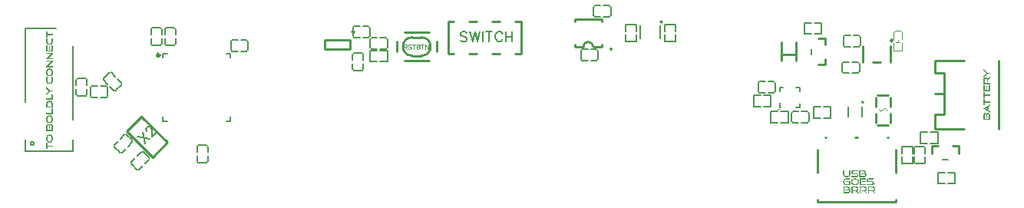
<source format=gto>
G04 Layer: TopSilkLayer*
G04 EasyEDA v6.3.43, 2020-06-04T01:39:48+01:00*
G04 c5e8e4d559e34370b9c9d94393fceecd,c23c5ad5fcdd482d9714491510f6a4f3,10*
G04 Gerber Generator version 0.2*
G04 Scale: 100 percent, Rotated: No, Reflected: No *
G04 Dimensions in millimeters *
G04 leading zeros omitted , absolute positions ,3 integer and 3 decimal *
%FSLAX33Y33*%
%MOMM*%
G90*
G71D02*

%ADD10C,0.254000*%
%ADD12C,0.299999*%
%ADD56C,0.150012*%
%ADD57C,0.200000*%
%ADD58C,0.100000*%
%ADD59C,0.152400*%
%ADD60C,0.248920*%
%ADD62C,0.089992*%

%LPD*%
G54D56*
G01X82870Y8778D02*
G01X82870Y9979D01*
G01X83640Y8778D02*
G01X82870Y8778D01*
G01X84770Y8778D02*
G01X84770Y9979D01*
G01X84000Y8778D02*
G01X84770Y8778D01*
G01X84000Y9979D02*
G01X84770Y9979D01*
G01X83640Y9979D02*
G01X82870Y9979D01*
G01X82864Y11757D02*
G01X82864Y10556D01*
G01X82094Y11757D02*
G01X82864Y11757D01*
G01X80964Y11757D02*
G01X80964Y10556D01*
G01X81734Y11757D02*
G01X80964Y11757D01*
G01X81734Y10556D02*
G01X80964Y10556D01*
G01X82094Y10556D02*
G01X82864Y10556D01*
G01X82602Y12080D02*
G01X83222Y12080D01*
G01X82242Y12080D02*
G01X81623Y12080D01*
G01X82242Y13280D02*
G01X81623Y13280D01*
G01X81472Y13080D02*
G01X81472Y12281D01*
G01X82602Y13280D02*
G01X83222Y13280D01*
G01X83372Y13080D02*
G01X83372Y12281D01*
G01X81472Y13130D02*
G01X81472Y13080D01*
G01X81472Y12231D02*
G01X81472Y12281D01*
G01X83372Y13131D02*
G01X83372Y13080D01*
G01X83372Y12230D02*
G01X83372Y12281D01*
G01X85926Y9979D02*
G01X85306Y9979D01*
G01X86286Y9979D02*
G01X86905Y9979D01*
G01X86286Y8779D02*
G01X86905Y8779D01*
G01X87056Y8979D02*
G01X87056Y9779D01*
G01X85926Y8779D02*
G01X85306Y8779D01*
G01X85156Y8979D02*
G01X85156Y9779D01*
G01X87056Y8929D02*
G01X87056Y8979D01*
G01X87056Y9828D02*
G01X87056Y9779D01*
G01X85156Y8928D02*
G01X85156Y8979D01*
G01X85156Y9829D02*
G01X85156Y9779D01*
G54D10*
G01X108007Y15567D02*
G01X108007Y8099D01*
G01X100996Y15567D02*
G01X100996Y14221D01*
G01X101962Y14221D01*
G01X101962Y11986D01*
G01X101022Y11986D01*
G01X101962Y11986D02*
G01X101962Y9649D01*
G01X100996Y9649D01*
G01X100996Y8125D01*
G01X108007Y8747D02*
G01X108007Y15090D01*
G01X104238Y15567D02*
G01X100996Y15567D01*
G01X100996Y15567D02*
G01X100996Y14221D01*
G01X104238Y8099D02*
G01X100996Y8099D01*
G01X96648Y24D02*
G01X88009Y24D01*
G01X88840Y7179D02*
G01X88952Y7179D01*
G01X92207Y7179D02*
G01X92454Y7179D01*
G01X95707Y7179D02*
G01X95817Y7179D01*
G01X96648Y5823D02*
G01X96648Y3276D01*
G01X96648Y313D02*
G01X96648Y24D01*
G01X88009Y24D02*
G01X88009Y313D01*
G01X88009Y3276D02*
G01X88009Y5823D01*
G01X44329Y16145D02*
G01X43313Y16145D01*
G01X44329Y18177D02*
G01X43313Y18177D01*
G01X41622Y16617D02*
G01X41622Y17704D01*
G01X42455Y15637D02*
G01X45188Y15637D01*
G01X46021Y16617D02*
G01X46021Y17704D01*
G01X45203Y18710D02*
G01X42440Y18710D01*
G54D56*
G01X89468Y10487D02*
G01X89468Y9286D01*
G01X88698Y10487D02*
G01X89468Y10487D01*
G01X87568Y10487D02*
G01X87568Y9286D01*
G01X88338Y10487D02*
G01X87568Y10487D01*
G01X88338Y9286D02*
G01X87568Y9286D01*
G01X88698Y9286D02*
G01X89468Y9286D01*
G01X13886Y4255D02*
G01X14324Y4694D01*
G01X13631Y4001D02*
G01X13193Y3563D01*
G01X12783Y4849D02*
G01X12345Y4411D01*
G01X12380Y4163D02*
G01X12946Y3598D01*
G01X13037Y5104D02*
G01X13476Y5542D01*
G01X13723Y5507D02*
G01X14289Y4941D01*
G01X12345Y4199D02*
G01X12380Y4163D01*
G01X12981Y3563D02*
G01X12946Y3598D01*
G01X13688Y5542D02*
G01X13723Y5507D01*
G01X14324Y4906D02*
G01X14289Y4941D01*
G01X10878Y6755D02*
G01X10440Y6316D01*
G01X11133Y7009D02*
G01X11571Y7447D01*
G01X11981Y6161D02*
G01X12419Y6599D01*
G01X12384Y6847D02*
G01X11818Y7412D01*
G01X11727Y5906D02*
G01X11288Y5468D01*
G01X11041Y5503D02*
G01X10475Y6069D01*
G01X12419Y6811D02*
G01X12384Y6847D01*
G01X11783Y7447D02*
G01X11818Y7412D01*
G01X11076Y5468D02*
G01X11041Y5503D01*
G01X10440Y6104D02*
G01X10475Y6069D01*
G01X91873Y14239D02*
G01X92493Y14239D01*
G01X91513Y14239D02*
G01X90894Y14239D01*
G01X91513Y15439D02*
G01X90894Y15439D01*
G01X90743Y15239D02*
G01X90743Y14440D01*
G01X91873Y15439D02*
G01X92493Y15439D01*
G01X92643Y15239D02*
G01X92643Y14440D01*
G01X90743Y15289D02*
G01X90743Y15239D01*
G01X90743Y14390D02*
G01X90743Y14440D01*
G01X92643Y15290D02*
G01X92643Y15239D01*
G01X92643Y14389D02*
G01X92643Y14440D01*
G01X92000Y17160D02*
G01X92620Y17160D01*
G01X91640Y17160D02*
G01X91021Y17160D01*
G01X91640Y18360D02*
G01X91021Y18360D01*
G01X90870Y18160D02*
G01X90870Y17361D01*
G01X92000Y18360D02*
G01X92620Y18360D01*
G01X92770Y18160D02*
G01X92770Y17361D01*
G01X90870Y18210D02*
G01X90870Y18160D01*
G01X90870Y17311D02*
G01X90870Y17361D01*
G01X92770Y18211D02*
G01X92770Y18160D01*
G01X92770Y17310D02*
G01X92770Y17361D01*
G01X72355Y17700D02*
G01X71154Y17700D01*
G01X72355Y18470D02*
G01X72355Y17700D01*
G01X72355Y19600D02*
G01X71154Y19600D01*
G01X72355Y18830D02*
G01X72355Y19600D01*
G01X71154Y18830D02*
G01X71154Y19600D01*
G01X71154Y18470D02*
G01X71154Y17700D01*
G01X101279Y7693D02*
G01X101279Y6492D01*
G01X100509Y7693D02*
G01X101279Y7693D01*
G01X99379Y7693D02*
G01X99379Y6492D01*
G01X100149Y7693D02*
G01X99379Y7693D01*
G01X100149Y6492D02*
G01X99379Y6492D01*
G01X100509Y6492D02*
G01X101279Y6492D01*
G01X97316Y6137D02*
G01X98517Y6137D01*
G01X97316Y5367D02*
G01X97316Y6137D01*
G01X97316Y4237D02*
G01X98517Y4237D01*
G01X97316Y5007D02*
G01X97316Y4237D01*
G01X98517Y5007D02*
G01X98517Y4237D01*
G01X98517Y5367D02*
G01X98517Y6137D01*
G01X38674Y15509D02*
G01X38674Y16710D01*
G01X39444Y15509D02*
G01X38674Y15509D01*
G01X40574Y15509D02*
G01X40574Y16710D01*
G01X39804Y15509D02*
G01X40574Y15509D01*
G01X39804Y16710D02*
G01X40574Y16710D01*
G01X39444Y16710D02*
G01X38674Y16710D01*
G01X88452Y19758D02*
G01X88452Y18557D01*
G01X87682Y19758D02*
G01X88452Y19758D01*
G01X86552Y19758D02*
G01X86552Y18557D01*
G01X87322Y19758D02*
G01X86552Y19758D01*
G01X87322Y18557D02*
G01X86552Y18557D01*
G01X87682Y18557D02*
G01X88452Y18557D01*
G01X68037Y17700D02*
G01X66836Y17700D01*
G01X68037Y18470D02*
G01X68037Y17700D01*
G01X68037Y19600D02*
G01X66836Y19600D01*
G01X68037Y18830D02*
G01X68037Y19600D01*
G01X66836Y18830D02*
G01X66836Y19600D01*
G01X66836Y18470D02*
G01X66836Y17700D01*
G54D10*
G01X88099Y18077D02*
G01X88914Y18077D01*
G01X88914Y17418D01*
G01X88914Y15817D02*
G01X88914Y15158D01*
G01X88914Y15817D01*
G01X88914Y15158D01*
G01X88099Y15158D01*
G54D57*
G01X87365Y16917D02*
G01X87365Y16318D01*
G54D10*
G01X100648Y5403D02*
G01X100648Y6218D01*
G01X101307Y6218D01*
G01X102908Y6218D02*
G01X103567Y6218D01*
G01X102908Y6218D01*
G01X103567Y6218D01*
G01X103567Y5403D01*
G54D57*
G01X101808Y4669D02*
G01X102407Y4669D01*
G54D58*
G01X97351Y17561D02*
G01X97351Y16710D01*
G01X96450Y17561D02*
G01X96450Y16710D01*
G01X97351Y17961D02*
G01X97351Y18711D01*
G01X96450Y17961D02*
G01X96450Y18711D01*
G01X97351Y16710D02*
G01X96450Y16710D01*
G01X97151Y18911D02*
G01X96650Y18911D01*
G01X97351Y18711D02*
G01X97351Y18711D01*
G01X97151Y18911D01*
G01X96450Y18711D02*
G01X96650Y18911D01*
G01X97100Y17671D02*
G01X96701Y17671D01*
G01X96901Y17671D02*
G01X96901Y17856D01*
G54D57*
G01X70695Y18077D02*
G01X70695Y19476D01*
G01X68496Y18077D02*
G01X68496Y19476D01*
G54D56*
G01X9712Y12623D02*
G01X9712Y11722D01*
G01X8942Y12772D02*
G01X9612Y12772D01*
G01X7812Y12623D02*
G01X7812Y11722D01*
G01X8582Y12772D02*
G01X7912Y12772D01*
G01X8582Y11572D02*
G01X7912Y11572D01*
G01X8942Y11572D02*
G01X9612Y11572D01*
G01X7812Y12623D02*
G01X7812Y12672D01*
G01X7912Y12772D01*
G01X9712Y12623D02*
G01X9712Y12673D01*
G01X9612Y12772D01*
G01X9712Y11722D02*
G01X9712Y11672D01*
G01X9612Y11572D01*
G01X7812Y11722D02*
G01X7812Y11673D01*
G01X7912Y11572D01*
G01X101285Y2047D02*
G01X101285Y3248D01*
G01X102055Y2047D02*
G01X101285Y2047D01*
G01X103185Y2047D02*
G01X103185Y3248D01*
G01X102415Y2047D02*
G01X103185Y2047D01*
G01X102415Y3248D02*
G01X103185Y3248D01*
G01X102055Y3248D02*
G01X101285Y3248D01*
G01X37938Y15654D02*
G01X37938Y16274D01*
G01X37938Y15294D02*
G01X37938Y14675D01*
G01X36738Y15294D02*
G01X36738Y14675D01*
G01X36938Y14524D02*
G01X37737Y14524D01*
G01X36738Y15654D02*
G01X36738Y16274D01*
G01X36938Y16424D02*
G01X37737Y16424D01*
G01X36888Y14524D02*
G01X36938Y14524D01*
G01X37787Y14524D02*
G01X37737Y14524D01*
G01X36887Y16424D02*
G01X36938Y16424D01*
G01X37788Y16424D02*
G01X37737Y16424D01*
G01X6257Y12501D02*
G01X6257Y11881D01*
G01X6257Y12861D02*
G01X6257Y13480D01*
G01X7457Y12861D02*
G01X7457Y13480D01*
G01X7257Y13631D02*
G01X6458Y13631D01*
G01X7457Y12501D02*
G01X7457Y11881D01*
G01X7257Y11731D02*
G01X6458Y11731D01*
G01X7307Y13631D02*
G01X7257Y13631D01*
G01X6408Y13631D02*
G01X6458Y13631D01*
G01X7308Y11731D02*
G01X7257Y11731D01*
G01X6407Y11731D02*
G01X6458Y11731D01*
G54D10*
G01X92982Y15411D02*
G01X92982Y17211D01*
G01X94932Y15411D02*
G01X94132Y15411D01*
G01X96082Y15411D02*
G01X96082Y17211D01*
G54D57*
G01X92953Y9464D02*
G01X92953Y10563D01*
G01X91453Y9464D02*
G01X91452Y10563D01*
G54D56*
G01X37539Y19377D02*
G01X36919Y19377D01*
G01X37899Y19377D02*
G01X38518Y19377D01*
G01X37899Y18177D02*
G01X38518Y18177D01*
G01X38669Y18377D02*
G01X38669Y19177D01*
G01X37539Y18177D02*
G01X36919Y18177D01*
G01X36769Y18377D02*
G01X36769Y19177D01*
G01X38669Y18327D02*
G01X38669Y18377D01*
G01X38669Y19226D02*
G01X38669Y19177D01*
G01X36769Y18326D02*
G01X36769Y18377D01*
G01X36769Y19227D02*
G01X36769Y19177D01*
G01X39803Y16906D02*
G01X40423Y16906D01*
G01X39443Y16906D02*
G01X38824Y16906D01*
G01X39443Y18106D02*
G01X38824Y18106D01*
G01X38673Y17906D02*
G01X38673Y17107D01*
G01X39803Y18106D02*
G01X40423Y18106D01*
G01X40573Y17906D02*
G01X40573Y17107D01*
G01X38673Y17956D02*
G01X38673Y17906D01*
G01X38673Y17057D02*
G01X38673Y17107D01*
G01X40573Y17957D02*
G01X40573Y17906D01*
G01X40573Y17056D02*
G01X40573Y17107D01*
G54D10*
G01X94649Y8490D02*
G01X95850Y8490D01*
G01X96050Y10541D02*
G01X96050Y11541D01*
G01X94449Y10541D02*
G01X94449Y11541D01*
G01X96050Y9741D02*
G01X96050Y8741D01*
G01X94449Y9741D02*
G01X94449Y8741D01*
G01X94649Y11791D02*
G01X95850Y11791D01*
G01X84036Y15618D02*
G01X84036Y17617D01*
G01X85635Y15618D02*
G01X85635Y17617D01*
G01X84036Y16266D02*
G01X85635Y16266D01*
G54D56*
G01X62685Y16837D02*
G01X62065Y16837D01*
G01X63045Y16837D02*
G01X63664Y16837D01*
G01X63045Y15637D02*
G01X63664Y15637D01*
G01X63815Y15837D02*
G01X63815Y16637D01*
G01X62685Y15637D02*
G01X62065Y15637D01*
G01X61915Y15837D02*
G01X61915Y16637D01*
G01X63815Y15787D02*
G01X63815Y15837D01*
G01X63815Y16686D02*
G01X63815Y16637D01*
G01X61915Y15786D02*
G01X61915Y15837D01*
G01X61915Y16687D02*
G01X61915Y16637D01*
G01X20793Y5494D02*
G01X20793Y6114D01*
G01X20793Y5134D02*
G01X20793Y4515D01*
G01X19593Y5134D02*
G01X19593Y4515D01*
G01X19793Y4364D02*
G01X20592Y4364D01*
G01X19593Y5494D02*
G01X19593Y6114D01*
G01X19793Y6264D02*
G01X20592Y6264D01*
G01X19743Y4364D02*
G01X19793Y4364D01*
G01X20642Y4364D02*
G01X20592Y4364D01*
G01X19742Y6264D02*
G01X19793Y6264D01*
G01X20643Y6264D02*
G01X20592Y6264D01*
G01X64441Y20462D02*
G01X65061Y20462D01*
G01X64081Y20462D02*
G01X63462Y20462D01*
G01X64081Y21662D02*
G01X63462Y21662D01*
G01X63311Y21462D02*
G01X63311Y20663D01*
G01X64441Y21662D02*
G01X65061Y21662D01*
G01X65211Y21462D02*
G01X65211Y20663D01*
G01X63311Y21512D02*
G01X63311Y21462D01*
G01X63311Y20613D02*
G01X63311Y20663D01*
G01X65211Y21513D02*
G01X65211Y21462D01*
G01X65211Y20612D02*
G01X65211Y20663D01*
G01X99914Y5367D02*
G01X99914Y5987D01*
G01X99914Y5007D02*
G01X99914Y4388D01*
G01X98714Y5007D02*
G01X98714Y4388D01*
G01X98914Y4237D02*
G01X99713Y4237D01*
G01X98714Y5367D02*
G01X98714Y5987D01*
G01X98914Y6137D02*
G01X99713Y6137D01*
G01X98864Y4237D02*
G01X98914Y4237D01*
G01X99763Y4237D02*
G01X99713Y4237D01*
G01X98863Y6137D02*
G01X98914Y6137D01*
G01X99764Y6137D02*
G01X99713Y6137D01*
G01X24436Y16652D02*
G01X25056Y16652D01*
G01X24076Y16652D02*
G01X23457Y16652D01*
G01X24076Y17852D02*
G01X23457Y17852D01*
G01X23306Y17652D02*
G01X23306Y16853D01*
G01X24436Y17852D02*
G01X25056Y17852D01*
G01X25206Y17652D02*
G01X25206Y16853D01*
G01X23306Y17702D02*
G01X23306Y17652D01*
G01X23306Y16803D02*
G01X23306Y16853D01*
G01X25206Y17703D02*
G01X25206Y17652D01*
G01X25206Y16802D02*
G01X25206Y16853D01*
G01X16036Y18089D02*
G01X16036Y17469D01*
G01X16036Y18449D02*
G01X16036Y19068D01*
G01X17236Y18449D02*
G01X17236Y19068D01*
G01X17036Y19219D02*
G01X16237Y19219D01*
G01X17236Y18089D02*
G01X17236Y17469D01*
G01X17036Y17319D02*
G01X16237Y17319D01*
G01X17086Y19219D02*
G01X17036Y19219D01*
G01X16187Y19219D02*
G01X16237Y19219D01*
G01X17087Y17319D02*
G01X17036Y17319D01*
G01X16186Y17319D02*
G01X16237Y17319D01*
G54D10*
G01X13468Y9465D02*
G01X16342Y6591D01*
G01X14725Y4974D01*
G01X11851Y7848D01*
G01X13468Y9465D01*
G54D56*
G01X14512Y18089D02*
G01X14512Y17469D01*
G01X14512Y18449D02*
G01X14512Y19068D01*
G01X15712Y18449D02*
G01X15712Y19068D01*
G01X15512Y19219D02*
G01X14713Y19219D01*
G01X15712Y18089D02*
G01X15712Y17469D01*
G01X15512Y17319D02*
G01X14713Y17319D01*
G01X15562Y19219D02*
G01X15512Y19219D01*
G01X14663Y19219D02*
G01X14713Y19219D01*
G01X15563Y17319D02*
G01X15512Y17319D01*
G01X14662Y17319D02*
G01X14713Y17319D01*
G54D10*
G01X33639Y17880D02*
G01X36438Y17880D01*
G01X36438Y17880D02*
G01X36438Y16879D01*
G01X33639Y16879D01*
G01X33639Y17880D01*
G54D57*
G01X22833Y16406D02*
G01X23283Y16406D01*
G01X23283Y15956D01*
G01X22833Y8956D02*
G01X23283Y8956D01*
G01X23283Y9406D01*
G01X15833Y9406D02*
G01X15833Y8956D01*
G01X16283Y8956D01*
G01X15833Y15956D02*
G01X15833Y16406D01*
G01X16283Y16406D01*
G54D10*
G01X61238Y20149D02*
G01X64237Y20149D01*
G01X64237Y19950D01*
G01X64237Y17349D02*
G01X64237Y17151D01*
G01X61238Y20149D02*
G01X61238Y19950D01*
G01X61238Y17349D02*
G01X61238Y17126D01*
G01X61238Y17126D02*
G01X62191Y17126D01*
G01X63284Y17151D02*
G01X64237Y17151D01*
G54D56*
G01X9989Y12764D02*
G01X10428Y12326D01*
G01X9735Y13019D02*
G01X9297Y13457D01*
G01X10583Y13867D02*
G01X10145Y14305D01*
G01X9897Y14270D02*
G01X9332Y13704D01*
G01X10838Y13613D02*
G01X11276Y13174D01*
G01X11241Y12927D02*
G01X10675Y12361D01*
G01X9933Y14305D02*
G01X9897Y14270D01*
G01X9296Y13669D02*
G01X9332Y13704D01*
G01X11276Y12962D02*
G01X11241Y12927D01*
G01X10640Y12326D02*
G01X10675Y12361D01*
G54D59*
G01X85674Y10445D02*
G01X86055Y10445D01*
G01X86055Y10826D01*
G01X85674Y12630D02*
G01X86055Y12630D01*
G01X86055Y12249D01*
G01X84251Y12630D02*
G01X83870Y12630D01*
G01X83870Y12249D01*
G01X83845Y10496D02*
G01X83845Y10928D01*
G01X83845Y10458D01*
G01X83879Y10411D02*
G01X84001Y10411D01*
G54D57*
G01X3996Y19155D02*
G01X647Y19155D01*
G01X647Y11054D01*
G01X647Y6865D02*
G01X647Y5605D01*
G01X5877Y5605D01*
G01X5877Y6855D01*
G01X5877Y9054D02*
G01X5877Y17255D01*
G54D10*
G01X47308Y16343D02*
G01X47308Y19943D01*
G01X55307Y19943D02*
G01X55307Y18143D01*
G01X55307Y16343D02*
G01X55307Y18343D01*
G01X47308Y19943D02*
G01X47937Y19943D01*
G01X49598Y19943D02*
G01X50477Y19943D01*
G01X52138Y19943D02*
G01X53017Y19943D01*
G01X54678Y19943D02*
G01X55307Y19943D01*
G01X47308Y16343D02*
G01X47937Y16343D01*
G01X49598Y16343D02*
G01X50477Y16343D01*
G01X52138Y16343D02*
G01X53017Y16343D01*
G01X54678Y16343D02*
G01X55307Y16343D01*

%LPD*%
G36*
G01X93167Y3501D02*
G01X92636Y3501D01*
G01X92636Y2775D01*
G01X93182Y2775D01*
G01X93233Y2779D01*
G01X93278Y2790D01*
G01X93319Y2809D01*
G01X93352Y2834D01*
G01X93379Y2866D01*
G01X93399Y2904D01*
G01X93412Y2947D01*
G01X93416Y2995D01*
G01X93407Y3053D01*
G01X93383Y3101D01*
G01X93347Y3136D01*
G01X93301Y3158D01*
G01X93341Y3177D01*
G01X93373Y3208D01*
G01X93395Y3253D01*
G01X93403Y3313D01*
G01X93386Y3395D01*
G01X93338Y3454D01*
G01X93264Y3489D01*
G01X93167Y3501D01*
G37*

%LPC*%
G36*
G01X93118Y3374D02*
G01X92763Y3374D01*
G01X92763Y2902D01*
G01X93131Y2902D01*
G01X93194Y2906D01*
G01X93244Y2922D01*
G01X93277Y2951D01*
G01X93289Y2995D01*
G01X93281Y3036D01*
G01X93260Y3065D01*
G01X93224Y3083D01*
G01X93177Y3089D01*
G01X92854Y3089D01*
G01X92854Y3199D01*
G01X93169Y3199D01*
G01X93215Y3203D01*
G01X93248Y3218D01*
G01X93267Y3245D01*
G01X93273Y3285D01*
G01X93262Y3331D01*
G01X93231Y3358D01*
G01X93182Y3371D01*
G01X93118Y3374D01*
G37*

%LPD*%
G36*
G01X92491Y3501D02*
G01X91970Y3501D01*
G01X91874Y3486D01*
G01X91803Y3443D01*
G01X91759Y3379D01*
G01X91744Y3298D01*
G01X91760Y3215D01*
G01X91805Y3149D01*
G01X91875Y3105D01*
G01X91968Y3089D01*
G01X92301Y3089D01*
G01X92346Y3084D01*
G01X92380Y3066D01*
G01X92400Y3037D01*
G01X92407Y2995D01*
G01X92400Y2957D01*
G01X92380Y2927D01*
G01X92346Y2908D01*
G01X92301Y2902D01*
G01X91757Y2902D01*
G01X91757Y2775D01*
G01X92301Y2775D01*
G01X92354Y2779D01*
G01X92400Y2791D01*
G01X92439Y2810D01*
G01X92471Y2835D01*
G01X92495Y2867D01*
G01X92513Y2903D01*
G01X92523Y2944D01*
G01X92527Y2988D01*
G01X92523Y3037D01*
G01X92512Y3080D01*
G01X92494Y3116D01*
G01X92469Y3146D01*
G01X92437Y3169D01*
G01X92398Y3185D01*
G01X92352Y3195D01*
G01X92301Y3199D01*
G01X91968Y3199D01*
G01X91930Y3205D01*
G01X91901Y3222D01*
G01X91883Y3249D01*
G01X91876Y3285D01*
G01X91883Y3323D01*
G01X91901Y3351D01*
G01X91931Y3368D01*
G01X91970Y3374D01*
G01X92491Y3374D01*
G01X92491Y3501D01*
G37*

%LPD*%
G36*
G01X90987Y3501D02*
G01X90855Y3501D01*
G01X90855Y3095D01*
G01X90858Y3041D01*
G01X90865Y2992D01*
G01X90878Y2949D01*
G01X90895Y2910D01*
G01X90918Y2875D01*
G01X90947Y2846D01*
G01X90982Y2821D01*
G01X91023Y2800D01*
G01X91070Y2785D01*
G01X91123Y2773D01*
G01X91182Y2766D01*
G01X91249Y2764D01*
G01X91316Y2766D01*
G01X91376Y2773D01*
G01X91429Y2785D01*
G01X91477Y2800D01*
G01X91517Y2821D01*
G01X91552Y2846D01*
G01X91580Y2875D01*
G01X91603Y2910D01*
G01X91621Y2949D01*
G01X91633Y2992D01*
G01X91640Y3041D01*
G01X91643Y3095D01*
G01X91643Y3501D01*
G01X91518Y3501D01*
G01X91518Y3095D01*
G01X91515Y3044D01*
G01X91505Y3001D01*
G01X91487Y2966D01*
G01X91460Y2938D01*
G01X91424Y2916D01*
G01X91378Y2900D01*
G01X91321Y2892D01*
G01X91252Y2889D01*
G01X91183Y2892D01*
G01X91127Y2900D01*
G01X91081Y2916D01*
G01X91045Y2938D01*
G01X91019Y2966D01*
G01X91001Y3001D01*
G01X90990Y3044D01*
G01X90987Y3095D01*
G01X90987Y3501D01*
G37*

%LPD*%

%LPD*%
G36*
G01X93345Y2310D02*
G01X92943Y2310D01*
G01X92943Y2200D01*
G01X93345Y2200D01*
G01X93345Y2310D01*
G37*

%LPD*%
G36*
G01X94218Y2612D02*
G01X93695Y2612D01*
G01X93599Y2597D01*
G01X93529Y2554D01*
G01X93486Y2490D01*
G01X93472Y2409D01*
G01X93487Y2326D01*
G01X93530Y2260D01*
G01X93600Y2216D01*
G01X93692Y2200D01*
G01X94028Y2200D01*
G01X94073Y2195D01*
G01X94107Y2177D01*
G01X94127Y2148D01*
G01X94134Y2106D01*
G01X94127Y2068D01*
G01X94107Y2038D01*
G01X94073Y2019D01*
G01X94028Y2013D01*
G01X93482Y2013D01*
G01X93482Y1886D01*
G01X94028Y1886D01*
G01X94081Y1890D01*
G01X94127Y1902D01*
G01X94166Y1921D01*
G01X94198Y1946D01*
G01X94222Y1978D01*
G01X94240Y2014D01*
G01X94250Y2055D01*
G01X94254Y2099D01*
G01X94250Y2148D01*
G01X94239Y2191D01*
G01X94221Y2227D01*
G01X94196Y2257D01*
G01X94164Y2280D01*
G01X94125Y2296D01*
G01X94080Y2306D01*
G01X94028Y2310D01*
G01X93695Y2310D01*
G01X93657Y2316D01*
G01X93628Y2333D01*
G01X93610Y2360D01*
G01X93604Y2396D01*
G01X93610Y2434D01*
G01X93627Y2462D01*
G01X93656Y2479D01*
G01X93695Y2485D01*
G01X94218Y2485D01*
G01X94218Y2612D01*
G37*

%LPD*%
G36*
G01X93372Y2612D02*
G01X92725Y2612D01*
G01X92725Y1886D01*
G01X93372Y1886D01*
G01X93372Y2013D01*
G01X92849Y2013D01*
G01X92849Y2485D01*
G01X93372Y2485D01*
G01X93372Y2612D01*
G37*

%LPD*%
G36*
G01X92265Y2612D02*
G01X92087Y2612D01*
G01X92014Y2605D01*
G01X91946Y2587D01*
G01X91886Y2556D01*
G01X91835Y2514D01*
G01X91792Y2463D01*
G01X91761Y2402D01*
G01X91741Y2333D01*
G01X91734Y2256D01*
G01X91741Y2180D01*
G01X91761Y2110D01*
G01X91792Y2047D01*
G01X91835Y1992D01*
G01X91886Y1947D01*
G01X91946Y1914D01*
G01X92014Y1893D01*
G01X92087Y1886D01*
G01X92265Y1886D01*
G01X92315Y1889D01*
G01X92363Y1898D01*
G01X92407Y1914D01*
G01X92448Y1935D01*
G01X92486Y1961D01*
G01X92520Y1992D01*
G01X92549Y2027D01*
G01X92574Y2066D01*
G01X92594Y2110D01*
G01X92608Y2156D01*
G01X92618Y2205D01*
G01X92621Y2256D01*
G01X92614Y2332D01*
G01X92594Y2401D01*
G01X92563Y2462D01*
G01X92521Y2513D01*
G01X92469Y2555D01*
G01X92408Y2586D01*
G01X92340Y2605D01*
G01X92265Y2612D01*
G37*

%LPC*%
G36*
G01X92265Y2485D02*
G01X92087Y2485D01*
G01X92040Y2480D01*
G01X91997Y2468D01*
G01X91959Y2447D01*
G01X91926Y2419D01*
G01X91899Y2385D01*
G01X91878Y2346D01*
G01X91866Y2301D01*
G01X91861Y2251D01*
G01X91866Y2201D01*
G01X91878Y2156D01*
G01X91899Y2116D01*
G01X91926Y2081D01*
G01X91959Y2052D01*
G01X91997Y2030D01*
G01X92040Y2017D01*
G01X92087Y2013D01*
G01X92265Y2013D01*
G01X92313Y2017D01*
G01X92357Y2030D01*
G01X92397Y2052D01*
G01X92430Y2081D01*
G01X92457Y2116D01*
G01X92477Y2156D01*
G01X92490Y2201D01*
G01X92494Y2251D01*
G01X92490Y2301D01*
G01X92477Y2346D01*
G01X92457Y2385D01*
G01X92430Y2419D01*
G01X92397Y2447D01*
G01X92357Y2468D01*
G01X92313Y2480D01*
G01X92265Y2485D01*
G37*

%LPD*%
G36*
G01X91594Y2612D02*
G01X91201Y2612D01*
G01X91127Y2605D01*
G01X91060Y2587D01*
G01X91000Y2556D01*
G01X90948Y2514D01*
G01X90906Y2463D01*
G01X90874Y2402D01*
G01X90854Y2333D01*
G01X90848Y2256D01*
G01X90854Y2180D01*
G01X90874Y2110D01*
G01X90906Y2047D01*
G01X90948Y1992D01*
G01X91000Y1947D01*
G01X91060Y1914D01*
G01X91127Y1893D01*
G01X91201Y1886D01*
G01X91638Y1886D01*
G01X91638Y2310D01*
G01X91183Y2310D01*
G01X91183Y2200D01*
G01X91511Y2200D01*
G01X91511Y2013D01*
G01X91201Y2013D01*
G01X91153Y2017D01*
G01X91110Y2030D01*
G01X91071Y2052D01*
G01X91038Y2081D01*
G01X91011Y2116D01*
G01X90991Y2156D01*
G01X90979Y2201D01*
G01X90975Y2251D01*
G01X90979Y2301D01*
G01X90991Y2346D01*
G01X91011Y2385D01*
G01X91038Y2419D01*
G01X91071Y2447D01*
G01X91110Y2468D01*
G01X91153Y2480D01*
G01X91201Y2485D01*
G01X91594Y2485D01*
G01X91594Y2612D01*
G37*

%LPD*%

%LPD*%
G36*
G01X94122Y1723D02*
G01X93601Y1723D01*
G01X93601Y997D01*
G01X93726Y997D01*
G01X93726Y1596D01*
G01X94122Y1596D01*
G01X94181Y1587D01*
G01X94225Y1561D01*
G01X94252Y1518D01*
G01X94261Y1456D01*
G01X94252Y1394D01*
G01X94226Y1349D01*
G01X94182Y1321D01*
G01X94122Y1311D01*
G01X93819Y1311D01*
G01X93819Y1200D01*
G01X94091Y1200D01*
G01X94277Y997D01*
G01X94454Y997D01*
G01X94236Y1217D01*
G01X94299Y1254D01*
G01X94346Y1307D01*
G01X94376Y1375D01*
G01X94386Y1459D01*
G01X94381Y1517D01*
G01X94368Y1569D01*
G01X94346Y1614D01*
G01X94317Y1652D01*
G01X94279Y1682D01*
G01X94234Y1705D01*
G01X94181Y1718D01*
G01X94122Y1723D01*
G37*

%LPD*%
G36*
G01X93202Y1723D02*
G01X92679Y1723D01*
G01X92679Y997D01*
G01X92806Y997D01*
G01X92806Y1596D01*
G01X93202Y1596D01*
G01X93260Y1587D01*
G01X93303Y1561D01*
G01X93330Y1518D01*
G01X93339Y1456D01*
G01X93331Y1394D01*
G01X93305Y1349D01*
G01X93262Y1321D01*
G01X93202Y1311D01*
G01X92897Y1311D01*
G01X92897Y1200D01*
G01X93169Y1200D01*
G01X93355Y997D01*
G01X93535Y997D01*
G01X93317Y1217D01*
G01X93380Y1254D01*
G01X93427Y1307D01*
G01X93456Y1375D01*
G01X93466Y1459D01*
G01X93462Y1517D01*
G01X93448Y1569D01*
G01X93426Y1614D01*
G01X93396Y1652D01*
G01X93358Y1682D01*
G01X93313Y1705D01*
G01X93261Y1718D01*
G01X93202Y1723D01*
G37*

%LPD*%
G36*
G01X92280Y1723D02*
G01X91760Y1723D01*
G01X91760Y997D01*
G01X91884Y997D01*
G01X91884Y1596D01*
G01X92280Y1596D01*
G01X92339Y1587D01*
G01X92382Y1561D01*
G01X92410Y1518D01*
G01X92420Y1456D01*
G01X92411Y1394D01*
G01X92384Y1349D01*
G01X92341Y1321D01*
G01X92280Y1311D01*
G01X91978Y1311D01*
G01X91978Y1200D01*
G01X92250Y1200D01*
G01X92433Y997D01*
G01X92613Y997D01*
G01X92395Y1217D01*
G01X92458Y1254D01*
G01X92505Y1307D01*
G01X92534Y1375D01*
G01X92544Y1459D01*
G01X92540Y1517D01*
G01X92526Y1569D01*
G01X92504Y1614D01*
G01X92474Y1652D01*
G01X92436Y1682D01*
G01X92391Y1705D01*
G01X92339Y1718D01*
G01X92280Y1723D01*
G37*

%LPD*%
G36*
G01X91399Y1723D02*
G01X90865Y1723D01*
G01X90865Y997D01*
G01X91414Y997D01*
G01X91465Y1001D01*
G01X91511Y1012D01*
G01X91551Y1031D01*
G01X91584Y1056D01*
G01X91611Y1088D01*
G01X91631Y1126D01*
G01X91644Y1169D01*
G01X91648Y1217D01*
G01X91639Y1275D01*
G01X91615Y1323D01*
G01X91579Y1358D01*
G01X91533Y1380D01*
G01X91572Y1399D01*
G01X91604Y1430D01*
G01X91627Y1475D01*
G01X91635Y1535D01*
G01X91618Y1617D01*
G01X91570Y1676D01*
G01X91496Y1711D01*
G01X91399Y1723D01*
G37*

%LPC*%
G36*
G01X91351Y1596D02*
G01X90992Y1596D01*
G01X90992Y1124D01*
G01X91361Y1124D01*
G01X91424Y1128D01*
G01X91474Y1144D01*
G01X91507Y1173D01*
G01X91518Y1217D01*
G01X91511Y1258D01*
G01X91490Y1287D01*
G01X91456Y1305D01*
G01X91409Y1311D01*
G01X91086Y1311D01*
G01X91086Y1421D01*
G01X91399Y1421D01*
G01X91447Y1425D01*
G01X91480Y1440D01*
G01X91499Y1467D01*
G01X91506Y1507D01*
G01X91494Y1553D01*
G01X91463Y1580D01*
G01X91415Y1593D01*
G01X91351Y1596D01*
G37*

%LPD*%

%LPD*%
G36*
G01X3083Y18837D02*
G01X2956Y18837D01*
G01X2956Y18157D01*
G01X3083Y18157D01*
G01X3083Y18434D01*
G01X3683Y18434D01*
G01X3683Y18561D01*
G01X3083Y18561D01*
G01X3083Y18837D01*
G37*

%LPD*%
G36*
G01X3083Y18098D02*
G01X2956Y18098D01*
G01X2956Y17705D01*
G01X2963Y17631D01*
G01X2981Y17564D01*
G01X3012Y17503D01*
G01X3054Y17452D01*
G01X3105Y17409D01*
G01X3166Y17378D01*
G01X3235Y17358D01*
G01X3312Y17352D01*
G01X3388Y17358D01*
G01X3458Y17378D01*
G01X3521Y17409D01*
G01X3576Y17452D01*
G01X3621Y17503D01*
G01X3654Y17564D01*
G01X3675Y17631D01*
G01X3683Y17705D01*
G01X3683Y18098D01*
G01X3556Y18098D01*
G01X3556Y17705D01*
G01X3551Y17657D01*
G01X3538Y17614D01*
G01X3516Y17575D01*
G01X3487Y17542D01*
G01X3452Y17515D01*
G01X3412Y17495D01*
G01X3367Y17483D01*
G01X3317Y17479D01*
G01X3267Y17483D01*
G01X3222Y17495D01*
G01X3183Y17515D01*
G01X3149Y17542D01*
G01X3121Y17575D01*
G01X3100Y17614D01*
G01X3088Y17657D01*
G01X3083Y17705D01*
G01X3083Y18098D01*
G37*

%LPD*%
G36*
G01X3368Y17235D02*
G01X3258Y17235D01*
G01X3258Y16831D01*
G01X3368Y16831D01*
G01X3368Y17235D01*
G37*

%LPD*%
G36*
G01X3083Y17263D02*
G01X2956Y17263D01*
G01X2956Y16612D01*
G01X3683Y16612D01*
G01X3683Y17263D01*
G01X3556Y17263D01*
G01X3556Y16739D01*
G01X3083Y16739D01*
G01X3083Y17263D01*
G37*

%LPD*%
G36*
G01X3616Y16491D02*
G01X2948Y16491D01*
G01X2948Y16369D01*
G01X3482Y16369D01*
G01X2971Y15856D01*
G01X2960Y15842D01*
G01X2952Y15829D01*
G01X2947Y15815D01*
G01X2946Y15802D01*
G01X2951Y15775D01*
G01X2967Y15754D01*
G01X2991Y15741D01*
G01X3022Y15736D01*
G01X3683Y15736D01*
G01X3683Y15858D01*
G01X3152Y15858D01*
G01X3665Y16369D01*
G01X3676Y16382D01*
G01X3686Y16397D01*
G01X3691Y16412D01*
G01X3693Y16427D01*
G01X3688Y16452D01*
G01X3673Y16472D01*
G01X3649Y16485D01*
G01X3616Y16491D01*
G37*

%LPD*%
G36*
G01X3616Y15617D02*
G01X2948Y15617D01*
G01X2948Y15495D01*
G01X3482Y15495D01*
G01X2971Y14982D01*
G01X2960Y14969D01*
G01X2952Y14956D01*
G01X2947Y14943D01*
G01X2946Y14928D01*
G01X2951Y14901D01*
G01X2967Y14880D01*
G01X2991Y14867D01*
G01X3022Y14862D01*
G01X3683Y14862D01*
G01X3683Y14984D01*
G01X3152Y14984D01*
G01X3665Y15495D01*
G01X3676Y15509D01*
G01X3686Y15523D01*
G01X3691Y15538D01*
G01X3693Y15553D01*
G01X3688Y15579D01*
G01X3673Y15599D01*
G01X3649Y15612D01*
G01X3616Y15617D01*
G37*

%LPD*%
G36*
G01X3363Y14760D02*
G01X3312Y14763D01*
G01X3236Y14757D01*
G01X3167Y14737D01*
G01X3106Y14706D01*
G01X3055Y14665D01*
G01X3013Y14613D01*
G01X2982Y14552D01*
G01X2963Y14483D01*
G01X2956Y14408D01*
G01X2956Y14230D01*
G01X2963Y14156D01*
G01X2981Y14089D01*
G01X3012Y14029D01*
G01X3054Y13977D01*
G01X3105Y13935D01*
G01X3166Y13903D01*
G01X3235Y13883D01*
G01X3312Y13877D01*
G01X3388Y13883D01*
G01X3458Y13903D01*
G01X3521Y13935D01*
G01X3576Y13977D01*
G01X3621Y14029D01*
G01X3654Y14089D01*
G01X3675Y14156D01*
G01X3683Y14230D01*
G01X3683Y14408D01*
G01X3679Y14458D01*
G01X3670Y14505D01*
G01X3654Y14550D01*
G01X3633Y14591D01*
G01X3607Y14629D01*
G01X3576Y14663D01*
G01X3541Y14692D01*
G01X3502Y14717D01*
G01X3458Y14737D01*
G01X3412Y14751D01*
G01X3363Y14760D01*
G37*

%LPC*%
G36*
G01X3367Y14632D02*
G01X3317Y14636D01*
G01X3267Y14632D01*
G01X3222Y14620D01*
G01X3183Y14599D01*
G01X3149Y14572D01*
G01X3121Y14539D01*
G01X3100Y14500D01*
G01X3088Y14456D01*
G01X3083Y14408D01*
G01X3083Y14230D01*
G01X3088Y14183D01*
G01X3100Y14140D01*
G01X3121Y14101D01*
G01X3149Y14068D01*
G01X3183Y14041D01*
G01X3222Y14021D01*
G01X3267Y14008D01*
G01X3317Y14004D01*
G01X3367Y14008D01*
G01X3412Y14021D01*
G01X3452Y14041D01*
G01X3487Y14068D01*
G01X3516Y14101D01*
G01X3538Y14140D01*
G01X3551Y14183D01*
G01X3556Y14230D01*
G01X3556Y14408D01*
G01X3551Y14456D01*
G01X3538Y14500D01*
G01X3516Y14539D01*
G01X3487Y14572D01*
G01X3452Y14599D01*
G01X3412Y14620D01*
G01X3367Y14632D01*
G37*

%LPD*%
G36*
G01X3083Y13796D02*
G01X2956Y13796D01*
G01X2956Y13402D01*
G01X2963Y13328D01*
G01X2981Y13261D01*
G01X3012Y13201D01*
G01X3054Y13149D01*
G01X3105Y13107D01*
G01X3166Y13075D01*
G01X3235Y13055D01*
G01X3312Y13049D01*
G01X3388Y13055D01*
G01X3458Y13075D01*
G01X3521Y13107D01*
G01X3576Y13149D01*
G01X3621Y13201D01*
G01X3654Y13261D01*
G01X3675Y13328D01*
G01X3683Y13402D01*
G01X3683Y13796D01*
G01X3556Y13796D01*
G01X3556Y13402D01*
G01X3551Y13354D01*
G01X3538Y13311D01*
G01X3516Y13272D01*
G01X3487Y13239D01*
G01X3452Y13212D01*
G01X3412Y13193D01*
G01X3367Y13180D01*
G01X3317Y13176D01*
G01X3267Y13180D01*
G01X3222Y13193D01*
G01X3183Y13213D01*
G01X3149Y13240D01*
G01X3121Y13273D01*
G01X3100Y13312D01*
G01X3088Y13355D01*
G01X3083Y13402D01*
G01X3083Y13796D01*
G37*

%LPD*%
G36*
G01X3406Y12312D02*
G01X2956Y12698D01*
G01X2956Y12538D01*
G01X3291Y12254D01*
G01X2956Y11969D01*
G01X2956Y11799D01*
G01X3406Y12185D01*
G01X3683Y12185D01*
G01X3683Y12312D01*
G01X3406Y12312D01*
G37*

%LPD*%
G36*
G01X3683Y11911D02*
G01X3556Y11911D01*
G01X3556Y11423D01*
G01X2956Y11423D01*
G01X2956Y11296D01*
G01X3683Y11296D01*
G01X3683Y11911D01*
G37*

%LPD*%
G36*
G01X3363Y11189D02*
G01X3312Y11192D01*
G01X3236Y11185D01*
G01X3167Y11166D01*
G01X3106Y11134D01*
G01X3055Y11091D01*
G01X3013Y11039D01*
G01X2982Y10979D01*
G01X2963Y10911D01*
G01X2956Y10836D01*
G01X2956Y10417D01*
G01X3683Y10417D01*
G01X3683Y10836D01*
G01X3679Y10887D01*
G01X3670Y10934D01*
G01X3654Y10979D01*
G01X3633Y11020D01*
G01X3607Y11058D01*
G01X3576Y11091D01*
G01X3541Y11121D01*
G01X3502Y11146D01*
G01X3458Y11166D01*
G01X3412Y11180D01*
G01X3363Y11189D01*
G37*

%LPC*%
G36*
G01X3367Y11060D02*
G01X3317Y11065D01*
G01X3267Y11060D01*
G01X3222Y11048D01*
G01X3183Y11027D01*
G01X3149Y11000D01*
G01X3121Y10967D01*
G01X3100Y10928D01*
G01X3088Y10884D01*
G01X3083Y10836D01*
G01X3083Y10542D01*
G01X3556Y10542D01*
G01X3556Y10836D01*
G01X3551Y10884D01*
G01X3538Y10928D01*
G01X3516Y10967D01*
G01X3487Y11000D01*
G01X3452Y11027D01*
G01X3412Y11048D01*
G01X3367Y11060D01*
G37*

%LPD*%
G36*
G01X3683Y10326D02*
G01X3556Y10326D01*
G01X3556Y9836D01*
G01X2956Y9836D01*
G01X2956Y9709D01*
G01X3683Y9709D01*
G01X3683Y10326D01*
G37*

%LPD*%
G36*
G01X3363Y9604D02*
G01X3312Y9607D01*
G01X3236Y9600D01*
G01X3167Y9581D01*
G01X3106Y9550D01*
G01X3055Y9508D01*
G01X3013Y9456D01*
G01X2982Y9395D01*
G01X2963Y9327D01*
G01X2956Y9252D01*
G01X2956Y9074D01*
G01X2963Y9000D01*
G01X2981Y8933D01*
G01X3012Y8873D01*
G01X3054Y8821D01*
G01X3105Y8779D01*
G01X3166Y8747D01*
G01X3235Y8727D01*
G01X3312Y8721D01*
G01X3388Y8727D01*
G01X3458Y8747D01*
G01X3521Y8779D01*
G01X3576Y8821D01*
G01X3621Y8873D01*
G01X3654Y8933D01*
G01X3675Y9000D01*
G01X3683Y9074D01*
G01X3683Y9252D01*
G01X3679Y9302D01*
G01X3670Y9349D01*
G01X3654Y9394D01*
G01X3633Y9435D01*
G01X3607Y9473D01*
G01X3576Y9507D01*
G01X3541Y9536D01*
G01X3502Y9561D01*
G01X3458Y9581D01*
G01X3412Y9595D01*
G01X3363Y9604D01*
G37*

%LPC*%
G36*
G01X3367Y9476D02*
G01X3317Y9480D01*
G01X3267Y9476D01*
G01X3222Y9463D01*
G01X3183Y9443D01*
G01X3149Y9416D01*
G01X3121Y9382D01*
G01X3100Y9343D01*
G01X3088Y9299D01*
G01X3083Y9252D01*
G01X3083Y9074D01*
G01X3088Y9027D01*
G01X3100Y8984D01*
G01X3121Y8945D01*
G01X3149Y8912D01*
G01X3183Y8885D01*
G01X3222Y8865D01*
G01X3267Y8852D01*
G01X3317Y8848D01*
G01X3367Y8852D01*
G01X3412Y8864D01*
G01X3452Y8884D01*
G01X3487Y8911D01*
G01X3516Y8944D01*
G01X3538Y8983D01*
G01X3551Y9026D01*
G01X3556Y9074D01*
G01X3556Y9252D01*
G01X3551Y9299D01*
G01X3538Y9343D01*
G01X3516Y9382D01*
G01X3487Y9415D01*
G01X3452Y9443D01*
G01X3412Y9463D01*
G01X3367Y9476D01*
G37*

%LPD*%
G36*
G01X3510Y8628D02*
G01X3462Y8632D01*
G01X3404Y8623D01*
G01X3356Y8599D01*
G01X3321Y8563D01*
G01X3299Y8517D01*
G01X3280Y8556D01*
G01X3249Y8587D01*
G01X3204Y8608D01*
G01X3144Y8617D01*
G01X3062Y8600D01*
G01X3003Y8551D01*
G01X2968Y8477D01*
G01X2956Y8380D01*
G01X2956Y7849D01*
G01X3683Y7849D01*
G01X3683Y8396D01*
G01X3678Y8446D01*
G01X3667Y8493D01*
G01X3648Y8533D01*
G01X3623Y8567D01*
G01X3591Y8595D01*
G01X3553Y8615D01*
G01X3510Y8628D01*
G37*

%LPC*%
G36*
G01X3506Y8491D02*
G01X3462Y8502D01*
G01X3421Y8495D01*
G01X3392Y8473D01*
G01X3374Y8438D01*
G01X3368Y8390D01*
G01X3368Y8068D01*
G01X3258Y8068D01*
G01X3258Y8383D01*
G01X3254Y8430D01*
G01X3239Y8463D01*
G01X3212Y8483D01*
G01X3172Y8490D01*
G01X3126Y8478D01*
G01X3099Y8447D01*
G01X3086Y8399D01*
G01X3083Y8335D01*
G01X3083Y7976D01*
G01X3556Y7976D01*
G01X3556Y8345D01*
G01X3551Y8408D01*
G01X3535Y8457D01*
G01X3506Y8491D01*
G37*

%LPD*%
G36*
G01X3363Y7450D02*
G01X3312Y7453D01*
G01X3236Y7447D01*
G01X3167Y7427D01*
G01X3106Y7396D01*
G01X3055Y7355D01*
G01X3013Y7303D01*
G01X2982Y7242D01*
G01X2963Y7173D01*
G01X2956Y7098D01*
G01X2956Y6920D01*
G01X2963Y6846D01*
G01X2981Y6779D01*
G01X3012Y6719D01*
G01X3054Y6667D01*
G01X3105Y6625D01*
G01X3166Y6593D01*
G01X3235Y6573D01*
G01X3312Y6567D01*
G01X3388Y6573D01*
G01X3458Y6593D01*
G01X3521Y6625D01*
G01X3576Y6667D01*
G01X3621Y6719D01*
G01X3654Y6779D01*
G01X3675Y6846D01*
G01X3683Y6920D01*
G01X3683Y7098D01*
G01X3679Y7148D01*
G01X3670Y7195D01*
G01X3654Y7240D01*
G01X3633Y7281D01*
G01X3607Y7319D01*
G01X3576Y7353D01*
G01X3541Y7382D01*
G01X3502Y7407D01*
G01X3458Y7427D01*
G01X3412Y7441D01*
G01X3363Y7450D01*
G37*

%LPC*%
G36*
G01X3367Y7322D02*
G01X3317Y7326D01*
G01X3267Y7322D01*
G01X3222Y7309D01*
G01X3183Y7289D01*
G01X3149Y7262D01*
G01X3121Y7229D01*
G01X3100Y7190D01*
G01X3088Y7146D01*
G01X3083Y7098D01*
G01X3083Y6920D01*
G01X3088Y6873D01*
G01X3100Y6830D01*
G01X3121Y6791D01*
G01X3149Y6758D01*
G01X3183Y6731D01*
G01X3222Y6711D01*
G01X3267Y6698D01*
G01X3317Y6694D01*
G01X3367Y6698D01*
G01X3412Y6711D01*
G01X3452Y6731D01*
G01X3487Y6758D01*
G01X3516Y6791D01*
G01X3538Y6830D01*
G01X3551Y6873D01*
G01X3556Y6920D01*
G01X3556Y7098D01*
G01X3551Y7146D01*
G01X3538Y7190D01*
G01X3516Y7229D01*
G01X3487Y7262D01*
G01X3452Y7289D01*
G01X3412Y7309D01*
G01X3367Y7322D01*
G37*

%LPD*%
G36*
G01X3083Y6521D02*
G01X2956Y6521D01*
G01X2956Y5843D01*
G01X3083Y5843D01*
G01X3083Y6120D01*
G01X3683Y6120D01*
G01X3683Y6247D01*
G01X3083Y6247D01*
G01X3083Y6521D01*
G37*

%LPD*%

%LPD*%
G36*
G01X106784Y14281D02*
G01X106334Y14667D01*
G01X106334Y14507D01*
G01X106669Y14222D01*
G01X106334Y13938D01*
G01X106334Y13768D01*
G01X106784Y14154D01*
G01X107061Y14154D01*
G01X107061Y14281D01*
G01X106784Y14281D01*
G37*

%LPD*%
G36*
G01X107061Y13661D02*
G01X107061Y13841D01*
G01X106840Y13620D01*
G01X106803Y13684D01*
G01X106750Y13732D01*
G01X106682Y13762D01*
G01X106598Y13773D01*
G01X106540Y13768D01*
G01X106488Y13754D01*
G01X106443Y13733D01*
G01X106405Y13703D01*
G01X106375Y13664D01*
G01X106352Y13619D01*
G01X106339Y13567D01*
G01X106334Y13509D01*
G01X106334Y12985D01*
G01X107061Y12985D01*
G01X107061Y13112D01*
G01X106461Y13112D01*
G01X106461Y13509D01*
G01X106470Y13566D01*
G01X106496Y13610D01*
G01X106539Y13637D01*
G01X106601Y13646D01*
G01X106663Y13637D01*
G01X106708Y13611D01*
G01X106736Y13567D01*
G01X106746Y13509D01*
G01X106746Y13204D01*
G01X106857Y13204D01*
G01X106857Y13476D01*
G01X107061Y13661D01*
G37*

%LPD*%
G36*
G01X106746Y12848D02*
G01X106636Y12848D01*
G01X106636Y12444D01*
G01X106746Y12444D01*
G01X106746Y12848D01*
G37*

%LPD*%
G36*
G01X106461Y12876D02*
G01X106334Y12876D01*
G01X106334Y12226D01*
G01X107061Y12226D01*
G01X107061Y12876D01*
G01X106934Y12876D01*
G01X106934Y12353D01*
G01X106461Y12353D01*
G01X106461Y12876D01*
G37*

%LPD*%
G36*
G01X106461Y12142D02*
G01X106334Y12142D01*
G01X106334Y11464D01*
G01X106461Y11464D01*
G01X106461Y11741D01*
G01X107061Y11741D01*
G01X107061Y11868D01*
G01X106461Y11868D01*
G01X106461Y12142D01*
G37*

%LPD*%
G36*
G01X106461Y11390D02*
G01X106334Y11390D01*
G01X106334Y10712D01*
G01X106461Y10712D01*
G01X106461Y10986D01*
G01X107061Y10986D01*
G01X107061Y11113D01*
G01X106461Y11113D01*
G01X106461Y11390D01*
G37*

%LPD*%
G36*
G01X107061Y10654D02*
G01X107061Y10806D01*
G01X106365Y10387D01*
G01X106347Y10375D01*
G01X106335Y10361D01*
G01X106326Y10345D01*
G01X106324Y10326D01*
G01X106326Y10306D01*
G01X106335Y10289D01*
G01X106347Y10275D01*
G01X106365Y10262D01*
G01X107061Y9846D01*
G01X107061Y9991D01*
G01X106502Y10321D01*
G01X106773Y10483D01*
G01X106773Y10260D01*
G01X106878Y10199D01*
G01X106878Y10544D01*
G01X107061Y10654D01*
G37*

%LPD*%
G36*
G01X106888Y9837D02*
G01X106840Y9841D01*
G01X106782Y9832D01*
G01X106734Y9808D01*
G01X106699Y9772D01*
G01X106677Y9726D01*
G01X106658Y9765D01*
G01X106627Y9797D01*
G01X106582Y9820D01*
G01X106522Y9828D01*
G01X106440Y9811D01*
G01X106381Y9763D01*
G01X106346Y9689D01*
G01X106334Y9592D01*
G01X106334Y9058D01*
G01X107061Y9058D01*
G01X107061Y9607D01*
G01X107056Y9658D01*
G01X107045Y9704D01*
G01X107026Y9744D01*
G01X107001Y9777D01*
G01X106969Y9804D01*
G01X106931Y9824D01*
G01X106888Y9837D01*
G37*

%LPC*%
G36*
G01X106884Y9700D02*
G01X106840Y9711D01*
G01X106799Y9704D01*
G01X106770Y9683D01*
G01X106752Y9649D01*
G01X106746Y9602D01*
G01X106746Y9279D01*
G01X106636Y9279D01*
G01X106636Y9592D01*
G01X106632Y9640D01*
G01X106617Y9673D01*
G01X106590Y9692D01*
G01X106550Y9699D01*
G01X106504Y9687D01*
G01X106477Y9656D01*
G01X106464Y9608D01*
G01X106461Y9544D01*
G01X106461Y9185D01*
G01X106934Y9185D01*
G01X106934Y9554D01*
G01X106929Y9617D01*
G01X106913Y9667D01*
G01X106884Y9700D01*
G37*

%LPD*%
G54D62*
G01X42418Y17377D02*
G01X42418Y16899D01*
G01X42418Y17377D02*
G01X42623Y17377D01*
G01X42689Y17354D01*
G01X42712Y17331D01*
G01X42735Y17286D01*
G01X42735Y17240D01*
G01X42712Y17194D01*
G01X42689Y17171D01*
G01X42623Y17148D01*
G01X42418Y17148D01*
G01X42578Y17148D02*
G01X42735Y16899D01*
G01X43205Y17308D02*
G01X43159Y17354D01*
G01X43091Y17377D01*
G01X42999Y17377D01*
G01X42931Y17354D01*
G01X42885Y17308D01*
G01X42885Y17263D01*
G01X42908Y17217D01*
G01X42931Y17194D01*
G01X42976Y17171D01*
G01X43113Y17126D01*
G01X43159Y17103D01*
G01X43182Y17080D01*
G01X43205Y17034D01*
G01X43205Y16968D01*
G01X43159Y16922D01*
G01X43091Y16899D01*
G01X42999Y16899D01*
G01X42931Y16922D01*
G01X42885Y16968D01*
G01X43512Y17377D02*
G01X43512Y16899D01*
G01X43355Y17377D02*
G01X43672Y17377D01*
G01X43822Y17377D02*
G01X43822Y16899D01*
G01X43822Y17377D02*
G01X44028Y17377D01*
G01X44094Y17354D01*
G01X44117Y17331D01*
G01X44140Y17286D01*
G01X44140Y17240D01*
G01X44117Y17194D01*
G01X44094Y17171D01*
G01X44028Y17148D01*
G01X43822Y17148D02*
G01X44028Y17148D01*
G01X44094Y17126D01*
G01X44117Y17103D01*
G01X44140Y17057D01*
G01X44140Y16991D01*
G01X44117Y16945D01*
G01X44094Y16922D01*
G01X44028Y16899D01*
G01X43822Y16899D01*
G01X44450Y17377D02*
G01X44450Y16899D01*
G01X44289Y17377D02*
G01X44610Y17377D01*
G01X44759Y17377D02*
G01X44759Y16899D01*
G01X44759Y17377D02*
G01X45077Y16899D01*
G01X45077Y17377D02*
G01X45077Y16899D01*
G54D59*
G01X13052Y7218D02*
G01X14336Y6961D01*
G01X13566Y7732D02*
G01X13822Y6447D01*
G01X14029Y7829D02*
G01X13993Y7865D01*
G01X13955Y7974D01*
G01X13955Y8050D01*
G01X13993Y8159D01*
G01X14138Y8305D01*
G01X14248Y8342D01*
G01X14323Y8342D01*
G01X14433Y8305D01*
G01X14507Y8231D01*
G01X14544Y8121D01*
G01X14580Y7938D01*
G01X14579Y7204D01*
G01X15094Y7719D01*
G01X49367Y18632D02*
G01X49263Y18736D01*
G01X49108Y18787D01*
G01X48900Y18787D01*
G01X48745Y18736D01*
G01X48641Y18632D01*
G01X48641Y18528D01*
G01X48691Y18423D01*
G01X48745Y18370D01*
G01X48849Y18319D01*
G01X49161Y18215D01*
G01X49263Y18164D01*
G01X49316Y18111D01*
G01X49367Y18007D01*
G01X49367Y17852D01*
G01X49263Y17748D01*
G01X49108Y17697D01*
G01X48900Y17697D01*
G01X48745Y17748D01*
G01X48641Y17852D01*
G01X49710Y18787D02*
G01X49971Y17697D01*
G01X50231Y18787D02*
G01X49971Y17697D01*
G01X50231Y18787D02*
G01X50490Y17697D01*
G01X50749Y18787D02*
G01X50490Y17697D01*
G01X51092Y18787D02*
G01X51092Y17697D01*
G01X51800Y18787D02*
G01X51800Y17697D01*
G01X51435Y18787D02*
G01X52163Y18787D01*
G01X53286Y18528D02*
G01X53233Y18632D01*
G01X53129Y18736D01*
G01X53025Y18787D01*
G01X52819Y18787D01*
G01X52715Y18736D01*
G01X52611Y18632D01*
G01X52557Y18528D01*
G01X52506Y18370D01*
G01X52506Y18111D01*
G01X52557Y17956D01*
G01X52611Y17852D01*
G01X52715Y17748D01*
G01X52819Y17697D01*
G01X53025Y17697D01*
G01X53129Y17748D01*
G01X53233Y17852D01*
G01X53286Y17956D01*
G01X53629Y18787D02*
G01X53629Y17697D01*
G01X54356Y18787D02*
G01X54356Y17697D01*
G01X53629Y18269D02*
G01X54356Y18269D01*
G54D56*
G75*
G01X81623Y13281D02*
G03X81473Y13131I0J-150D01*
G01*
G75*
G01X81623Y12081D02*
G02X81473Y12231I0J150D01*
G01*
G75*
G01X83223Y13281D02*
G02X83373Y13131I0J-150D01*
G01*
G75*
G01X83223Y12081D02*
G03X83373Y12231I0J150D01*
G01*
G75*
G01X86906Y8779D02*
G03X87056Y8929I0J150D01*
G01*
G75*
G01X86906Y9979D02*
G02X87056Y9829I0J-150D01*
G01*
G75*
G01X85306Y8779D02*
G02X85156Y8929I0J150D01*
G01*
G75*
G01X85306Y9979D02*
G03X85156Y9829I0J-150D01*
G01*
G54D10*
G75*
G01X43314Y16145D02*
G02X43314Y18177I0J1016D01*
G01*
G75*
G01X44330Y18177D02*
G02X44330Y16145I0J-1016D01*
G01*
G54D56*
G75*
G01X12345Y4412D02*
G03X12345Y4199I106J-107D01*
G01*
G75*
G01X13194Y3563D02*
G02X12981Y3563I-106J106D01*
G01*
G75*
G01X13476Y5543D02*
G02X13689Y5543I106J-106D01*
G01*
G75*
G01X14325Y4694D02*
G03X14325Y4906I-106J106D01*
G01*
G75*
G01X12420Y6599D02*
G03X12420Y6812I-106J107D01*
G01*
G75*
G01X11571Y7448D02*
G02X11784Y7448I106J-106D01*
G01*
G75*
G01X11289Y5468D02*
G02X11076Y5468I-106J106D01*
G01*
G75*
G01X10440Y6317D02*
G03X10440Y6105I106J-106D01*
G01*
G75*
G01X90894Y15440D02*
G03X90744Y15290I0J-150D01*
G01*
G75*
G01X90894Y14240D02*
G02X90744Y14390I0J150D01*
G01*
G75*
G01X92494Y15440D02*
G02X92644Y15290I0J-150D01*
G01*
G75*
G01X92494Y14240D02*
G03X92644Y14390I0J150D01*
G01*
G75*
G01X91021Y18361D02*
G03X90871Y18211I0J-150D01*
G01*
G75*
G01X91021Y17161D02*
G02X90871Y17311I0J150D01*
G01*
G75*
G01X92621Y18361D02*
G02X92771Y18211I0J-150D01*
G01*
G75*
G01X92621Y17161D02*
G03X92771Y17311I0J150D01*
G01*
G54D57*
G75*
G01X70690Y19868D02*
G03X70690Y19870I125J1D01*
G01*
G54D56*
G75*
G01X36738Y14675D02*
G03X36888Y14525I150J0D01*
G01*
G75*
G01X37938Y14675D02*
G02X37788Y14525I-150J0D01*
G01*
G75*
G01X36738Y16275D02*
G02X36888Y16425I150J0D01*
G01*
G75*
G01X37938Y16275D02*
G03X37788Y16425I-150J0D01*
G01*
G75*
G01X7458Y13481D02*
G03X7308Y13631I-150J0D01*
G01*
G75*
G01X6258Y13481D02*
G02X6408Y13631I150J0D01*
G01*
G75*
G01X7458Y11881D02*
G02X7308Y11731I-150J0D01*
G01*
G75*
G01X6258Y11881D02*
G03X6408Y11731I150J0D01*
G01*
G75*
G01X38519Y18177D02*
G03X38669Y18327I0J150D01*
G01*
G75*
G01X38519Y19377D02*
G02X38669Y19227I0J-150D01*
G01*
G75*
G01X36919Y18177D02*
G02X36769Y18327I0J150D01*
G01*
G75*
G01X36919Y19377D02*
G03X36769Y19227I0J-150D01*
G01*
G75*
G01X38824Y18107D02*
G03X38674Y17957I0J-150D01*
G01*
G75*
G01X38824Y16907D02*
G02X38674Y17057I0J150D01*
G01*
G75*
G01X40424Y18107D02*
G02X40574Y17957I0J-150D01*
G01*
G75*
G01X40424Y16907D02*
G03X40574Y17057I0J150D01*
G01*
G54D58*
G75*
G01X95250Y10140D02*
G02X94806Y10299I-205J127D01*
G01*
G75*
G01X95250Y10141D02*
G02X95695Y10045I216J-76D01*
G01*
G54D56*
G75*
G01X63665Y15637D02*
G03X63815Y15787I0J150D01*
G01*
G75*
G01X63665Y16837D02*
G02X63815Y16687I0J-150D01*
G01*
G75*
G01X62065Y15637D02*
G02X61915Y15787I0J150D01*
G01*
G75*
G01X62065Y16837D02*
G03X61915Y16687I0J-150D01*
G01*
G75*
G01X19593Y4515D02*
G03X19743Y4365I150J0D01*
G01*
G75*
G01X20793Y4515D02*
G02X20643Y4365I-150J0D01*
G01*
G75*
G01X19593Y6115D02*
G02X19743Y6265I150J0D01*
G01*
G75*
G01X20793Y6115D02*
G03X20643Y6265I-150J0D01*
G01*
G75*
G01X63462Y21663D02*
G03X63312Y21513I0J-150D01*
G01*
G75*
G01X63462Y20463D02*
G02X63312Y20613I0J150D01*
G01*
G75*
G01X65062Y21663D02*
G02X65212Y21513I0J-150D01*
G01*
G75*
G01X65062Y20463D02*
G03X65212Y20613I0J150D01*
G01*
G75*
G01X98714Y4388D02*
G03X98864Y4238I150J0D01*
G01*
G75*
G01X99914Y4388D02*
G02X99764Y4238I-150J0D01*
G01*
G75*
G01X98714Y5988D02*
G02X98864Y6138I150J0D01*
G01*
G75*
G01X99914Y5988D02*
G03X99764Y6138I-150J0D01*
G01*
G75*
G01X23457Y17853D02*
G03X23307Y17703I0J-150D01*
G01*
G75*
G01X23457Y16653D02*
G02X23307Y16803I0J150D01*
G01*
G75*
G01X25057Y17853D02*
G02X25207Y17703I0J-150D01*
G01*
G75*
G01X25057Y16653D02*
G03X25207Y16803I0J150D01*
G01*
G75*
G01X17237Y19069D02*
G03X17087Y19219I-150J0D01*
G01*
G75*
G01X16037Y19069D02*
G02X16187Y19219I150J0D01*
G01*
G75*
G01X17237Y17469D02*
G02X17087Y17319I-150J0D01*
G01*
G75*
G01X16037Y17469D02*
G03X16187Y17319I150J0D01*
G01*
G75*
G01X15713Y19069D02*
G03X15563Y19219I-150J0D01*
G01*
G75*
G01X14513Y19069D02*
G02X14663Y19219I150J0D01*
G01*
G75*
G01X15713Y17469D02*
G02X15563Y17319I-150J0D01*
G01*
G75*
G01X14513Y17469D02*
G03X14663Y17319I150J0D01*
G01*
G54D60*
G75*
G01X36831Y18901D02*
G02X36829Y18901I-1J-124D01*
G01*
G54D12*
G75*
G01X15459Y16207D02*
G03X15459Y16204I-150J-2D01*
G01*
G54D56*
G75*
G01X65113Y16899D02*
G03X65113Y16901I125J1D01*
G01*
G54D10*
G75*
G01X62192Y17126D02*
G02X63284Y17151I546J2D01*
G01*
G54D56*
G75*
G01X10146Y14306D02*
G03X9933Y14306I-107J-106D01*
G01*
G75*
G01X9297Y13457D02*
G02X9297Y13670I106J106D01*
G01*
G75*
G01X11277Y13175D02*
G02X11277Y12962I-106J-106D01*
G01*
G75*
G01X10428Y12326D02*
G03X10640Y12326I106J106D01*
G01*
G54D10*
G75*
G01X96310Y17835D02*
G03X96310Y17835I-127J0D01*
G01*
G54D57*
G75*
G01X93103Y11014D02*
G03X93103Y11014I-100J0D01*
G01*
G54D59*
G75*
G01X83775Y10217D02*
G03X83775Y10217I-57J0D01*
G01*
G54D57*
G75*
G01X1597Y6455D02*
G03X1597Y6455I-200J0D01*
G01*
M00*
M02*

</source>
